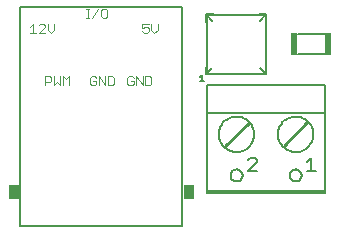
<source format=gto>
G75*
%MOIN*%
%OFA0B0*%
%FSLAX24Y24*%
%IPPOS*%
%LPD*%
%AMOC8*
5,1,8,0,0,1.08239X$1,22.5*
%
%ADD10C,0.0050*%
%ADD11C,0.0080*%
%ADD12C,0.0010*%
%ADD13R,0.0364X0.0450*%
%ADD14C,0.0060*%
%ADD15R,0.0230X0.0720*%
%ADD16C,0.0100*%
D10*
X007064Y004989D02*
X007191Y004989D01*
X007127Y004989D02*
X007127Y005179D01*
X007064Y005116D01*
X007260Y005204D02*
X007260Y005454D01*
X007473Y005416D02*
X007260Y005204D01*
X007510Y005204D01*
X007276Y005220D02*
X007276Y007188D01*
X009244Y007188D01*
X009244Y005220D01*
X007276Y005220D01*
X009010Y005204D02*
X009260Y005204D01*
X009260Y005454D01*
X009047Y005416D02*
X009260Y005204D01*
X009260Y006954D02*
X009260Y007204D01*
X009010Y007204D01*
X009047Y006991D02*
X009260Y007204D01*
X007510Y007204D02*
X007260Y007204D01*
X007260Y006954D01*
X007473Y006991D02*
X007260Y007204D01*
X008734Y002429D02*
X008659Y002354D01*
X008734Y002429D02*
X008884Y002429D01*
X008959Y002354D01*
X008959Y002279D01*
X008659Y001979D01*
X008959Y001979D01*
X010609Y001979D02*
X010909Y001979D01*
X010759Y001979D02*
X010759Y002429D01*
X010609Y002279D01*
D11*
X001053Y000140D02*
X001053Y007463D01*
X006467Y007463D01*
X006467Y000140D01*
X001053Y000140D01*
D12*
X001890Y004834D02*
X001890Y005144D01*
X002045Y005144D01*
X002097Y005092D01*
X002097Y004989D01*
X002045Y004937D01*
X001890Y004937D01*
X002185Y004834D02*
X002288Y004937D01*
X002391Y004834D01*
X002391Y005144D01*
X002479Y005144D02*
X002583Y005041D01*
X002686Y005144D01*
X002686Y004834D01*
X002479Y004834D02*
X002479Y005144D01*
X002185Y005144D02*
X002185Y004834D01*
X003390Y004885D02*
X003442Y004834D01*
X003545Y004834D01*
X003597Y004885D01*
X003597Y004989D01*
X003493Y004989D01*
X003390Y005092D02*
X003390Y004885D01*
X003390Y005092D02*
X003442Y005144D01*
X003545Y005144D01*
X003597Y005092D01*
X003685Y005144D02*
X003891Y004834D01*
X003891Y005144D01*
X003979Y005144D02*
X003979Y004834D01*
X004134Y004834D01*
X004186Y004885D01*
X004186Y005092D01*
X004134Y005144D01*
X003979Y005144D01*
X003685Y005144D02*
X003685Y004834D01*
X004640Y004885D02*
X004692Y004834D01*
X004795Y004834D01*
X004847Y004885D01*
X004847Y004989D01*
X004743Y004989D01*
X004640Y005092D02*
X004640Y004885D01*
X004640Y005092D02*
X004692Y005144D01*
X004795Y005144D01*
X004847Y005092D01*
X004935Y005144D02*
X005141Y004834D01*
X005141Y005144D01*
X005229Y005144D02*
X005229Y004834D01*
X005384Y004834D01*
X005436Y004885D01*
X005436Y005092D01*
X005384Y005144D01*
X005229Y005144D01*
X004935Y005144D02*
X004935Y004834D01*
X005192Y006584D02*
X005140Y006635D01*
X005192Y006584D02*
X005295Y006584D01*
X005347Y006635D01*
X005347Y006739D01*
X005295Y006791D01*
X005243Y006791D01*
X005140Y006739D01*
X005140Y006894D01*
X005347Y006894D01*
X005435Y006894D02*
X005435Y006687D01*
X005538Y006584D01*
X005641Y006687D01*
X005641Y006894D01*
X003963Y007135D02*
X003963Y007342D01*
X003911Y007394D01*
X003808Y007394D01*
X003756Y007342D01*
X003756Y007135D01*
X003808Y007084D01*
X003911Y007084D01*
X003963Y007135D01*
X003668Y007394D02*
X003461Y007084D01*
X003368Y007084D02*
X003265Y007084D01*
X003317Y007084D02*
X003317Y007394D01*
X003368Y007394D02*
X003265Y007394D01*
X002186Y006894D02*
X002186Y006687D01*
X002083Y006584D01*
X001979Y006687D01*
X001979Y006894D01*
X001891Y006842D02*
X001840Y006894D01*
X001736Y006894D01*
X001685Y006842D01*
X001493Y006894D02*
X001493Y006584D01*
X001390Y006584D02*
X001597Y006584D01*
X001685Y006584D02*
X001891Y006791D01*
X001891Y006842D01*
X001891Y006584D02*
X001685Y006584D01*
X001390Y006791D02*
X001493Y006894D01*
D13*
X000842Y001269D03*
X006678Y001269D03*
D14*
X007294Y001234D02*
X011224Y001234D01*
X011224Y001314D01*
X007294Y001314D01*
X007294Y003914D01*
X007294Y004854D01*
X011224Y004854D01*
X011224Y003914D01*
X011224Y001314D01*
X010044Y001834D02*
X010046Y001862D01*
X010052Y001889D01*
X010061Y001915D01*
X010074Y001940D01*
X010091Y001963D01*
X010110Y001983D01*
X010132Y002000D01*
X010156Y002014D01*
X010182Y002024D01*
X010209Y002031D01*
X010237Y002034D01*
X010265Y002033D01*
X010292Y002028D01*
X010319Y002019D01*
X010344Y002007D01*
X010367Y001992D01*
X010388Y001973D01*
X010406Y001952D01*
X010421Y001928D01*
X010432Y001902D01*
X010440Y001876D01*
X010444Y001848D01*
X010444Y001820D01*
X010440Y001792D01*
X010432Y001766D01*
X010421Y001740D01*
X010406Y001716D01*
X010388Y001695D01*
X010367Y001676D01*
X010344Y001661D01*
X010319Y001649D01*
X010292Y001640D01*
X010265Y001635D01*
X010237Y001634D01*
X010209Y001637D01*
X010182Y001644D01*
X010156Y001654D01*
X010132Y001668D01*
X010110Y001685D01*
X010091Y001705D01*
X010074Y001728D01*
X010061Y001753D01*
X010052Y001779D01*
X010046Y001806D01*
X010044Y001834D01*
X009654Y003204D02*
X009656Y003252D01*
X009662Y003300D01*
X009672Y003347D01*
X009685Y003393D01*
X009702Y003438D01*
X009723Y003481D01*
X009748Y003523D01*
X009775Y003562D01*
X009806Y003599D01*
X009840Y003634D01*
X009876Y003665D01*
X009915Y003694D01*
X009956Y003719D01*
X009999Y003741D01*
X010043Y003759D01*
X010089Y003773D01*
X010136Y003784D01*
X010184Y003791D01*
X010232Y003794D01*
X010280Y003793D01*
X010328Y003788D01*
X010375Y003779D01*
X010422Y003767D01*
X010467Y003750D01*
X010511Y003730D01*
X010553Y003707D01*
X010593Y003680D01*
X010630Y003650D01*
X010665Y003617D01*
X010698Y003581D01*
X010727Y003543D01*
X010753Y003502D01*
X010776Y003460D01*
X010795Y003416D01*
X010810Y003370D01*
X010822Y003324D01*
X010830Y003276D01*
X010834Y003228D01*
X010834Y003180D01*
X010830Y003132D01*
X010822Y003084D01*
X010810Y003038D01*
X010795Y002992D01*
X010776Y002948D01*
X010753Y002906D01*
X010727Y002865D01*
X010698Y002827D01*
X010665Y002791D01*
X010630Y002758D01*
X010593Y002728D01*
X010553Y002701D01*
X010511Y002678D01*
X010467Y002658D01*
X010422Y002641D01*
X010375Y002629D01*
X010328Y002620D01*
X010280Y002615D01*
X010232Y002614D01*
X010184Y002617D01*
X010136Y002624D01*
X010089Y002635D01*
X010043Y002649D01*
X009999Y002667D01*
X009956Y002689D01*
X009915Y002714D01*
X009876Y002743D01*
X009840Y002774D01*
X009806Y002809D01*
X009775Y002846D01*
X009748Y002885D01*
X009723Y002927D01*
X009702Y002970D01*
X009685Y003015D01*
X009672Y003061D01*
X009662Y003108D01*
X009656Y003156D01*
X009654Y003204D01*
X009894Y003914D02*
X008624Y003914D01*
X007924Y003914D01*
X007294Y003914D01*
X007684Y003204D02*
X007686Y003252D01*
X007692Y003300D01*
X007702Y003347D01*
X007715Y003393D01*
X007732Y003438D01*
X007753Y003481D01*
X007778Y003523D01*
X007805Y003562D01*
X007836Y003599D01*
X007870Y003634D01*
X007906Y003665D01*
X007945Y003694D01*
X007986Y003719D01*
X008029Y003741D01*
X008073Y003759D01*
X008119Y003773D01*
X008166Y003784D01*
X008214Y003791D01*
X008262Y003794D01*
X008310Y003793D01*
X008358Y003788D01*
X008405Y003779D01*
X008452Y003767D01*
X008497Y003750D01*
X008541Y003730D01*
X008583Y003707D01*
X008623Y003680D01*
X008660Y003650D01*
X008695Y003617D01*
X008728Y003581D01*
X008757Y003543D01*
X008783Y003502D01*
X008806Y003460D01*
X008825Y003416D01*
X008840Y003370D01*
X008852Y003324D01*
X008860Y003276D01*
X008864Y003228D01*
X008864Y003180D01*
X008860Y003132D01*
X008852Y003084D01*
X008840Y003038D01*
X008825Y002992D01*
X008806Y002948D01*
X008783Y002906D01*
X008757Y002865D01*
X008728Y002827D01*
X008695Y002791D01*
X008660Y002758D01*
X008623Y002728D01*
X008583Y002701D01*
X008541Y002678D01*
X008497Y002658D01*
X008452Y002641D01*
X008405Y002629D01*
X008358Y002620D01*
X008310Y002615D01*
X008262Y002614D01*
X008214Y002617D01*
X008166Y002624D01*
X008119Y002635D01*
X008073Y002649D01*
X008029Y002667D01*
X007986Y002689D01*
X007945Y002714D01*
X007906Y002743D01*
X007870Y002774D01*
X007836Y002809D01*
X007805Y002846D01*
X007778Y002885D01*
X007753Y002927D01*
X007732Y002970D01*
X007715Y003015D01*
X007702Y003061D01*
X007692Y003108D01*
X007686Y003156D01*
X007684Y003204D01*
X008074Y001834D02*
X008076Y001862D01*
X008082Y001889D01*
X008091Y001915D01*
X008104Y001940D01*
X008121Y001963D01*
X008140Y001983D01*
X008162Y002000D01*
X008186Y002014D01*
X008212Y002024D01*
X008239Y002031D01*
X008267Y002034D01*
X008295Y002033D01*
X008322Y002028D01*
X008349Y002019D01*
X008374Y002007D01*
X008397Y001992D01*
X008418Y001973D01*
X008436Y001952D01*
X008451Y001928D01*
X008462Y001902D01*
X008470Y001876D01*
X008474Y001848D01*
X008474Y001820D01*
X008470Y001792D01*
X008462Y001766D01*
X008451Y001740D01*
X008436Y001716D01*
X008418Y001695D01*
X008397Y001676D01*
X008374Y001661D01*
X008349Y001649D01*
X008322Y001640D01*
X008295Y001635D01*
X008267Y001634D01*
X008239Y001637D01*
X008212Y001644D01*
X008186Y001654D01*
X008162Y001668D01*
X008140Y001685D01*
X008121Y001705D01*
X008104Y001728D01*
X008091Y001753D01*
X008082Y001779D01*
X008076Y001806D01*
X008074Y001834D01*
X007294Y001314D02*
X007294Y001234D01*
X009894Y003914D02*
X010594Y003914D01*
X011224Y003914D01*
X011210Y005874D02*
X010310Y005874D01*
X010310Y006534D02*
X011210Y006534D01*
D15*
X011315Y006204D03*
X010205Y006204D03*
D16*
X010634Y003604D02*
X009844Y002814D01*
X008674Y003594D02*
X007894Y002804D01*
M02*

</source>
